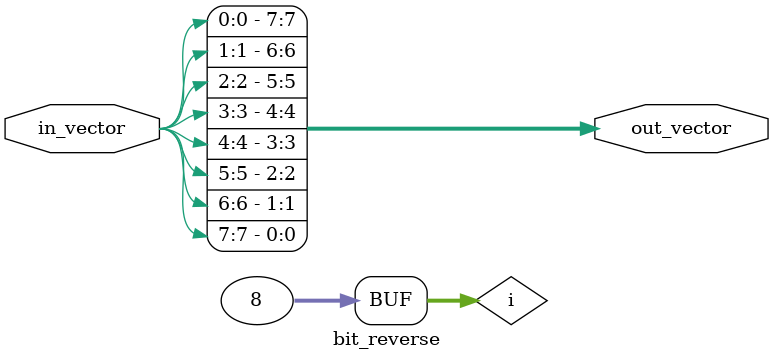
<source format=v>
module bit_reverse #(
    parameter WIDTH = 8
)(
    input  [WIDTH-1:0] in_vector,
    output reg [WIDTH-1:0] out_vector
);

    integer i;

    always @(*) begin
        for (i = 0; i < WIDTH; i = i + 1) begin
            out_vector[i] = in_vector[WIDTH - 1 - i];
        end
    end

endmodule

</source>
